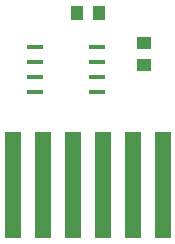
<source format=gbr>
G04 DipTrace 2.4.0.2*
%INTopPaste.gbr*%
%MOIN*%
%ADD27R,0.0518X0.0156*%
%ADD29R,0.0511X0.0432*%
%ADD31R,0.057X0.352*%
%ADD33R,0.0432X0.0511*%
%FSLAX44Y44*%
G04*
G70*
G90*
G75*
G01*
%LNTopPaste*%
%LPD*%
D33*
X375Y7625D3*
X-373D3*
D31*
X-2500Y1875D3*
X-1500D3*
X-500D3*
X500D3*
X1500D3*
X2500D3*
D29*
X1875Y6625D3*
Y5877D3*
D27*
X-1750Y6500D3*
Y6000D3*
Y5500D3*
Y5000D3*
X297D3*
Y5500D3*
Y6000D3*
Y6500D3*
M02*

</source>
